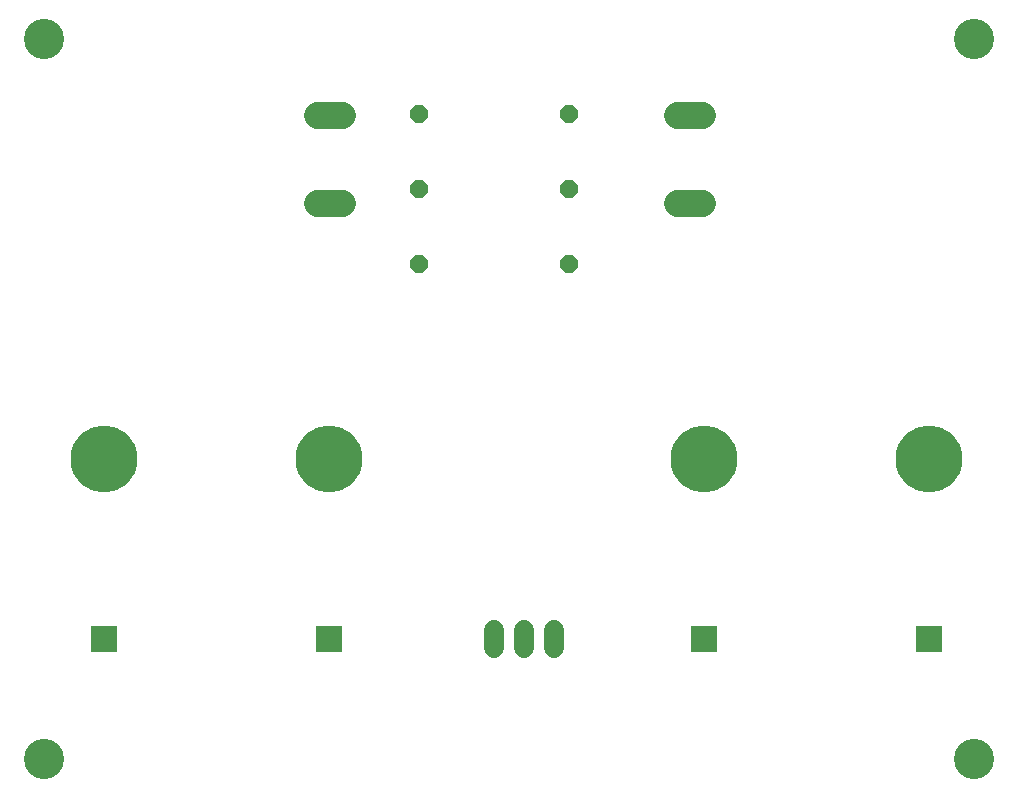
<source format=gts>
G75*
G70*
%OFA0B0*%
%FSLAX24Y24*%
%IPPOS*%
%LPD*%
%AMOC8*
5,1,8,0,0,1.08239X$1,22.5*
%
%ADD10C,0.1340*%
%ADD11C,0.0907*%
%ADD12OC8,0.0600*%
%ADD13C,0.0680*%
%ADD14R,0.0867X0.0867*%
%ADD15C,0.2230*%
D10*
X002101Y002101D03*
X002101Y026101D03*
X033101Y026101D03*
X033101Y002101D03*
D11*
X024014Y020624D02*
X023187Y020624D01*
X023187Y023577D02*
X024014Y023577D01*
X012014Y023577D02*
X011187Y023577D01*
X011187Y020624D02*
X012014Y020624D01*
D12*
X014601Y021101D03*
X014601Y023601D03*
X019601Y023601D03*
X019601Y021101D03*
X019601Y018601D03*
X014601Y018601D03*
D13*
X017101Y006401D02*
X017101Y005801D01*
X018101Y005801D02*
X018101Y006401D01*
X019101Y006401D02*
X019101Y005801D01*
D14*
X024101Y006101D03*
X031601Y006101D03*
X011601Y006101D03*
X004101Y006101D03*
D15*
X004101Y012101D03*
X011601Y012101D03*
X024101Y012101D03*
X031601Y012101D03*
M02*

</source>
